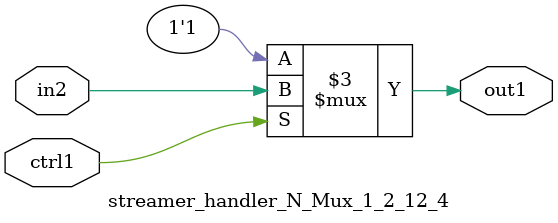
<source format=v>

`timescale 1ps / 1ps


module streamer_handler_N_Mux_1_2_12_4( in2, ctrl1, out1 );

    input in2;
    input ctrl1;
    output out1;
    reg out1;

    
    // rtl_process:streamer_handler_N_Mux_1_2_12_4/streamer_handler_N_Mux_1_2_12_4_thread_1
    always @*
      begin : streamer_handler_N_Mux_1_2_12_4_thread_1
        case (ctrl1) 
          1'b1: 
            begin
              out1 = in2;
            end
          default: 
            begin
              out1 = 1'b1;
            end
        endcase
      end

endmodule



</source>
